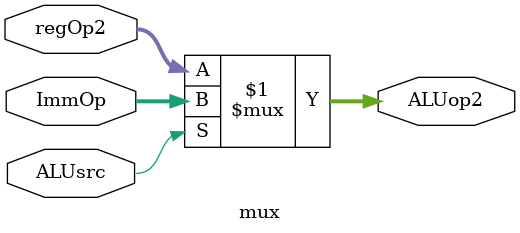
<source format=sv>
module mux #(
    DATA_WIDTH = 32
) (
    input   logic [DATA_WIDTH-1:0]  regOp2, //output when ALUsrc = 0
    input   logic [DATA_WIDTH-1:0]  ImmOp, //output when ALUsrc = 1
    input   logic                   ALUsrc, //from control bit
    output  logic [DATA_WIDTH-1:0]  ALUop2 //output
);
    //MUX outputs ImmOp when ALUsrc = 1, outputs regOp2 otherwise
    assign ALUop2 = ALUsrc ? ImmOp : regOp2;

endmodule

</source>
